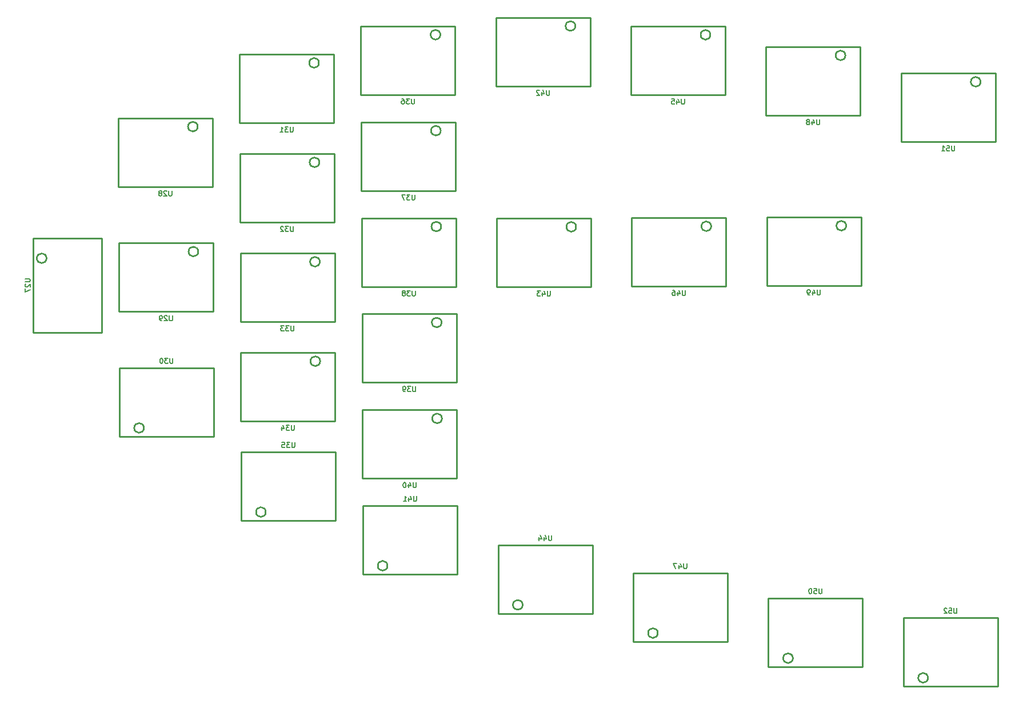
<source format=gbr>
G04 #@! TF.FileFunction,Legend,Bot*
%FSLAX46Y46*%
G04 Gerber Fmt 4.6, Leading zero omitted, Abs format (unit mm)*
G04 Created by KiCad (PCBNEW 4.0.7-e2-6376~58~ubuntu16.04.1) date Mon Jul  1 13:34:01 2019*
%MOMM*%
%LPD*%
G01*
G04 APERTURE LIST*
%ADD10C,0.100000*%
%ADD11C,0.254000*%
%ADD12C,0.177800*%
G04 APERTURE END LIST*
D10*
D11*
X179058420Y-139761000D02*
G75*
G03X179058420Y-139761000I-718420J0D01*
G01*
X175419000Y-141031000D02*
X175419000Y-130871000D01*
X175419000Y-130871000D02*
X189389000Y-130871000D01*
X189389000Y-130871000D02*
X189389000Y-141031000D01*
X189389000Y-141031000D02*
X175419000Y-141031000D01*
X186847420Y-51450600D02*
G75*
G03X186847420Y-51450600I-718420J0D01*
G01*
X189050000Y-50180600D02*
X189050000Y-60340600D01*
X189050000Y-60340600D02*
X175080000Y-60340600D01*
X175080000Y-60340600D02*
X175080000Y-50180600D01*
X175080000Y-50180600D02*
X189050000Y-50180600D01*
X159046420Y-136855000D02*
G75*
G03X159046420Y-136855000I-718420J0D01*
G01*
X155407000Y-138125000D02*
X155407000Y-127965000D01*
X155407000Y-127965000D02*
X169377000Y-127965000D01*
X169377000Y-127965000D02*
X169377000Y-138125000D01*
X169377000Y-138125000D02*
X155407000Y-138125000D01*
X166936420Y-72776400D02*
G75*
G03X166936420Y-72776400I-718420J0D01*
G01*
X169139000Y-71506400D02*
X169139000Y-81666400D01*
X169139000Y-81666400D02*
X155169000Y-81666400D01*
X155169000Y-81666400D02*
X155169000Y-71506400D01*
X155169000Y-71506400D02*
X169139000Y-71506400D01*
X166830420Y-47544000D02*
G75*
G03X166830420Y-47544000I-718420J0D01*
G01*
X169033000Y-46274000D02*
X169033000Y-56434000D01*
X169033000Y-56434000D02*
X155063000Y-56434000D01*
X155063000Y-56434000D02*
X155063000Y-46274000D01*
X155063000Y-46274000D02*
X169033000Y-46274000D01*
X139030420Y-133135000D02*
G75*
G03X139030420Y-133135000I-718420J0D01*
G01*
X135391000Y-134405000D02*
X135391000Y-124245000D01*
X135391000Y-124245000D02*
X149361000Y-124245000D01*
X149361000Y-124245000D02*
X149361000Y-134405000D01*
X149361000Y-134405000D02*
X135391000Y-134405000D01*
X146937420Y-72860600D02*
G75*
G03X146937420Y-72860600I-718420J0D01*
G01*
X149140000Y-71590600D02*
X149140000Y-81750600D01*
X149140000Y-81750600D02*
X135170000Y-81750600D01*
X135170000Y-81750600D02*
X135170000Y-71590600D01*
X135170000Y-71590600D02*
X149140000Y-71590600D01*
X146817420Y-44489600D02*
G75*
G03X146817420Y-44489600I-718420J0D01*
G01*
X149020000Y-43219600D02*
X149020000Y-53379600D01*
X149020000Y-53379600D02*
X135050000Y-53379600D01*
X135050000Y-53379600D02*
X135050000Y-43219600D01*
X135050000Y-43219600D02*
X149020000Y-43219600D01*
X119012420Y-128956000D02*
G75*
G03X119012420Y-128956000I-718420J0D01*
G01*
X115373000Y-130226000D02*
X115373000Y-120066000D01*
X115373000Y-120066000D02*
X129343000Y-120066000D01*
X129343000Y-120066000D02*
X129343000Y-130226000D01*
X129343000Y-130226000D02*
X115373000Y-130226000D01*
X126937420Y-72944700D02*
G75*
G03X126937420Y-72944700I-718420J0D01*
G01*
X129140000Y-71674700D02*
X129140000Y-81834700D01*
X129140000Y-81834700D02*
X115170000Y-81834700D01*
X115170000Y-81834700D02*
X115170000Y-71674700D01*
X115170000Y-71674700D02*
X129140000Y-71674700D01*
X126812420Y-43189500D02*
G75*
G03X126812420Y-43189500I-718420J0D01*
G01*
X129015000Y-41919500D02*
X129015000Y-52079500D01*
X129015000Y-52079500D02*
X115045000Y-52079500D01*
X115045000Y-52079500D02*
X115045000Y-41919500D01*
X115045000Y-41919500D02*
X129015000Y-41919500D01*
X98988420Y-123161000D02*
G75*
G03X98988420Y-123161000I-718420J0D01*
G01*
X95349000Y-124431000D02*
X95349000Y-114271000D01*
X95349000Y-114271000D02*
X109319000Y-114271000D01*
X109319000Y-114271000D02*
X109319000Y-124431000D01*
X109319000Y-124431000D02*
X95349000Y-124431000D01*
X107056420Y-101329000D02*
G75*
G03X107056420Y-101329000I-718420J0D01*
G01*
X109259000Y-100059000D02*
X109259000Y-110219000D01*
X109259000Y-110219000D02*
X95289000Y-110219000D01*
X95289000Y-110219000D02*
X95289000Y-100059000D01*
X95289000Y-100059000D02*
X109259000Y-100059000D01*
X106996420Y-87117000D02*
G75*
G03X106996420Y-87117000I-718420J0D01*
G01*
X109199000Y-85847000D02*
X109199000Y-96007000D01*
X109199000Y-96007000D02*
X95229000Y-96007000D01*
X95229000Y-96007000D02*
X95229000Y-85847000D01*
X95229000Y-85847000D02*
X109199000Y-85847000D01*
X106936420Y-72905900D02*
G75*
G03X106936420Y-72905900I-718420J0D01*
G01*
X109139000Y-71635900D02*
X109139000Y-81795900D01*
X109139000Y-81795900D02*
X95169000Y-81795900D01*
X95169000Y-81795900D02*
X95169000Y-71635900D01*
X95169000Y-71635900D02*
X109139000Y-71635900D01*
X106877420Y-58694000D02*
G75*
G03X106877420Y-58694000I-718420J0D01*
G01*
X109080000Y-57424000D02*
X109080000Y-67584000D01*
X109080000Y-67584000D02*
X95110000Y-67584000D01*
X95110000Y-67584000D02*
X95110000Y-57424000D01*
X95110000Y-57424000D02*
X109080000Y-57424000D01*
X106817420Y-44482100D02*
G75*
G03X106817420Y-44482100I-718420J0D01*
G01*
X109020000Y-43212100D02*
X109020000Y-53372100D01*
X109020000Y-53372100D02*
X95050000Y-53372100D01*
X95050000Y-53372100D02*
X95050000Y-43212100D01*
X95050000Y-43212100D02*
X109020000Y-43212100D01*
X80954620Y-115204000D02*
G75*
G03X80954620Y-115204000I-718420J0D01*
G01*
X77315200Y-116474000D02*
X77315200Y-106314000D01*
X77315200Y-106314000D02*
X91285200Y-106314000D01*
X91285200Y-106314000D02*
X91285200Y-116474000D01*
X91285200Y-116474000D02*
X77315200Y-116474000D01*
X89020620Y-92851700D02*
G75*
G03X89020620Y-92851700I-718420J0D01*
G01*
X91223200Y-91581700D02*
X91223200Y-101741700D01*
X91223200Y-101741700D02*
X77253200Y-101741700D01*
X77253200Y-101741700D02*
X77253200Y-91581700D01*
X77253200Y-91581700D02*
X91223200Y-91581700D01*
X88958620Y-78117300D02*
G75*
G03X88958620Y-78117300I-718420J0D01*
G01*
X91161200Y-76847300D02*
X91161200Y-87007300D01*
X91161200Y-87007300D02*
X77191200Y-87007300D01*
X77191200Y-87007300D02*
X77191200Y-76847300D01*
X77191200Y-76847300D02*
X91161200Y-76847300D01*
X88896620Y-63384900D02*
G75*
G03X88896620Y-63384900I-718420J0D01*
G01*
X91099200Y-62114900D02*
X91099200Y-72274900D01*
X91099200Y-72274900D02*
X77129200Y-72274900D01*
X77129200Y-72274900D02*
X77129200Y-62114900D01*
X77129200Y-62114900D02*
X91099200Y-62114900D01*
X88834620Y-48652600D02*
G75*
G03X88834620Y-48652600I-718420J0D01*
G01*
X91037200Y-47382600D02*
X91037200Y-57542600D01*
X91037200Y-57542600D02*
X77067200Y-57542600D01*
X77067200Y-57542600D02*
X77067200Y-47382600D01*
X77067200Y-47382600D02*
X91037200Y-47382600D01*
X62901920Y-102735500D02*
G75*
G03X62901920Y-102735500I-718420J0D01*
G01*
X59262500Y-104005500D02*
X59262500Y-93845500D01*
X59262500Y-93845500D02*
X73232500Y-93845500D01*
X73232500Y-93845500D02*
X73232500Y-104005500D01*
X73232500Y-104005500D02*
X59262500Y-104005500D01*
X70952120Y-76605700D02*
G75*
G03X70952120Y-76605700I-718420J0D01*
G01*
X73154700Y-75335700D02*
X73154700Y-85495700D01*
X73154700Y-85495700D02*
X59184700Y-85495700D01*
X59184700Y-85495700D02*
X59184700Y-75335700D01*
X59184700Y-75335700D02*
X73154700Y-75335700D01*
X70874220Y-58095000D02*
G75*
G03X70874220Y-58095000I-718420J0D01*
G01*
X73076800Y-56825000D02*
X73076800Y-66985000D01*
X73076800Y-66985000D02*
X59106800Y-66985000D01*
X59106800Y-66985000D02*
X59106800Y-56825000D01*
X59106800Y-56825000D02*
X73076800Y-56825000D01*
X48483220Y-77598400D02*
G75*
G03X48483220Y-77598400I-718420J0D01*
G01*
X46494800Y-74677400D02*
X56654800Y-74677400D01*
X56654800Y-74677400D02*
X56654800Y-88647400D01*
X56654800Y-88647400D02*
X46494800Y-88647400D01*
X46494800Y-88647400D02*
X46494800Y-74677400D01*
D12*
X183347428Y-129437714D02*
X183347428Y-130054571D01*
X183311143Y-130127143D01*
X183274857Y-130163429D01*
X183202286Y-130199714D01*
X183057143Y-130199714D01*
X182984571Y-130163429D01*
X182948286Y-130127143D01*
X182912000Y-130054571D01*
X182912000Y-129437714D01*
X182186285Y-129437714D02*
X182549142Y-129437714D01*
X182585428Y-129800571D01*
X182549142Y-129764286D01*
X182476571Y-129728000D01*
X182295142Y-129728000D01*
X182222571Y-129764286D01*
X182186285Y-129800571D01*
X182150000Y-129873143D01*
X182150000Y-130054571D01*
X182186285Y-130127143D01*
X182222571Y-130163429D01*
X182295142Y-130199714D01*
X182476571Y-130199714D01*
X182549142Y-130163429D01*
X182585428Y-130127143D01*
X181859714Y-129510286D02*
X181823428Y-129474000D01*
X181750857Y-129437714D01*
X181569428Y-129437714D01*
X181496857Y-129474000D01*
X181460571Y-129510286D01*
X181424286Y-129582857D01*
X181424286Y-129655429D01*
X181460571Y-129764286D01*
X181896000Y-130199714D01*
X181424286Y-130199714D01*
X183008428Y-60939314D02*
X183008428Y-61556171D01*
X182972143Y-61628743D01*
X182935857Y-61665029D01*
X182863286Y-61701314D01*
X182718143Y-61701314D01*
X182645571Y-61665029D01*
X182609286Y-61628743D01*
X182573000Y-61556171D01*
X182573000Y-60939314D01*
X181847285Y-60939314D02*
X182210142Y-60939314D01*
X182246428Y-61302171D01*
X182210142Y-61265886D01*
X182137571Y-61229600D01*
X181956142Y-61229600D01*
X181883571Y-61265886D01*
X181847285Y-61302171D01*
X181811000Y-61374743D01*
X181811000Y-61556171D01*
X181847285Y-61628743D01*
X181883571Y-61665029D01*
X181956142Y-61701314D01*
X182137571Y-61701314D01*
X182210142Y-61665029D01*
X182246428Y-61628743D01*
X181085286Y-61701314D02*
X181520714Y-61701314D01*
X181303000Y-61701314D02*
X181303000Y-60939314D01*
X181375571Y-61048171D01*
X181448143Y-61120743D01*
X181520714Y-61157029D01*
X163335428Y-126531714D02*
X163335428Y-127148571D01*
X163299143Y-127221143D01*
X163262857Y-127257429D01*
X163190286Y-127293714D01*
X163045143Y-127293714D01*
X162972571Y-127257429D01*
X162936286Y-127221143D01*
X162900000Y-127148571D01*
X162900000Y-126531714D01*
X162174285Y-126531714D02*
X162537142Y-126531714D01*
X162573428Y-126894571D01*
X162537142Y-126858286D01*
X162464571Y-126822000D01*
X162283142Y-126822000D01*
X162210571Y-126858286D01*
X162174285Y-126894571D01*
X162138000Y-126967143D01*
X162138000Y-127148571D01*
X162174285Y-127221143D01*
X162210571Y-127257429D01*
X162283142Y-127293714D01*
X162464571Y-127293714D01*
X162537142Y-127257429D01*
X162573428Y-127221143D01*
X161666286Y-126531714D02*
X161593714Y-126531714D01*
X161521143Y-126568000D01*
X161484857Y-126604286D01*
X161448571Y-126676857D01*
X161412286Y-126822000D01*
X161412286Y-127003429D01*
X161448571Y-127148571D01*
X161484857Y-127221143D01*
X161521143Y-127257429D01*
X161593714Y-127293714D01*
X161666286Y-127293714D01*
X161738857Y-127257429D01*
X161775143Y-127221143D01*
X161811428Y-127148571D01*
X161847714Y-127003429D01*
X161847714Y-126822000D01*
X161811428Y-126676857D01*
X161775143Y-126604286D01*
X161738857Y-126568000D01*
X161666286Y-126531714D01*
X163097428Y-82265114D02*
X163097428Y-82881971D01*
X163061143Y-82954543D01*
X163024857Y-82990829D01*
X162952286Y-83027114D01*
X162807143Y-83027114D01*
X162734571Y-82990829D01*
X162698286Y-82954543D01*
X162662000Y-82881971D01*
X162662000Y-82265114D01*
X161972571Y-82519114D02*
X161972571Y-83027114D01*
X162154000Y-82228829D02*
X162335428Y-82773114D01*
X161863714Y-82773114D01*
X161537143Y-83027114D02*
X161392000Y-83027114D01*
X161319428Y-82990829D01*
X161283143Y-82954543D01*
X161210571Y-82845686D01*
X161174286Y-82700543D01*
X161174286Y-82410257D01*
X161210571Y-82337686D01*
X161246857Y-82301400D01*
X161319428Y-82265114D01*
X161464571Y-82265114D01*
X161537143Y-82301400D01*
X161573428Y-82337686D01*
X161609714Y-82410257D01*
X161609714Y-82591686D01*
X161573428Y-82664257D01*
X161537143Y-82700543D01*
X161464571Y-82736829D01*
X161319428Y-82736829D01*
X161246857Y-82700543D01*
X161210571Y-82664257D01*
X161174286Y-82591686D01*
X162991428Y-57032714D02*
X162991428Y-57649571D01*
X162955143Y-57722143D01*
X162918857Y-57758429D01*
X162846286Y-57794714D01*
X162701143Y-57794714D01*
X162628571Y-57758429D01*
X162592286Y-57722143D01*
X162556000Y-57649571D01*
X162556000Y-57032714D01*
X161866571Y-57286714D02*
X161866571Y-57794714D01*
X162048000Y-56996429D02*
X162229428Y-57540714D01*
X161757714Y-57540714D01*
X161358571Y-57359286D02*
X161431143Y-57323000D01*
X161467428Y-57286714D01*
X161503714Y-57214143D01*
X161503714Y-57177857D01*
X161467428Y-57105286D01*
X161431143Y-57069000D01*
X161358571Y-57032714D01*
X161213428Y-57032714D01*
X161140857Y-57069000D01*
X161104571Y-57105286D01*
X161068286Y-57177857D01*
X161068286Y-57214143D01*
X161104571Y-57286714D01*
X161140857Y-57323000D01*
X161213428Y-57359286D01*
X161358571Y-57359286D01*
X161431143Y-57395571D01*
X161467428Y-57431857D01*
X161503714Y-57504429D01*
X161503714Y-57649571D01*
X161467428Y-57722143D01*
X161431143Y-57758429D01*
X161358571Y-57794714D01*
X161213428Y-57794714D01*
X161140857Y-57758429D01*
X161104571Y-57722143D01*
X161068286Y-57649571D01*
X161068286Y-57504429D01*
X161104571Y-57431857D01*
X161140857Y-57395571D01*
X161213428Y-57359286D01*
X143319428Y-122811714D02*
X143319428Y-123428571D01*
X143283143Y-123501143D01*
X143246857Y-123537429D01*
X143174286Y-123573714D01*
X143029143Y-123573714D01*
X142956571Y-123537429D01*
X142920286Y-123501143D01*
X142884000Y-123428571D01*
X142884000Y-122811714D01*
X142194571Y-123065714D02*
X142194571Y-123573714D01*
X142376000Y-122775429D02*
X142557428Y-123319714D01*
X142085714Y-123319714D01*
X141868000Y-122811714D02*
X141360000Y-122811714D01*
X141686571Y-123573714D01*
X143098428Y-82349314D02*
X143098428Y-82966171D01*
X143062143Y-83038743D01*
X143025857Y-83075029D01*
X142953286Y-83111314D01*
X142808143Y-83111314D01*
X142735571Y-83075029D01*
X142699286Y-83038743D01*
X142663000Y-82966171D01*
X142663000Y-82349314D01*
X141973571Y-82603314D02*
X141973571Y-83111314D01*
X142155000Y-82313029D02*
X142336428Y-82857314D01*
X141864714Y-82857314D01*
X141247857Y-82349314D02*
X141393000Y-82349314D01*
X141465571Y-82385600D01*
X141501857Y-82421886D01*
X141574428Y-82530743D01*
X141610714Y-82675886D01*
X141610714Y-82966171D01*
X141574428Y-83038743D01*
X141538143Y-83075029D01*
X141465571Y-83111314D01*
X141320428Y-83111314D01*
X141247857Y-83075029D01*
X141211571Y-83038743D01*
X141175286Y-82966171D01*
X141175286Y-82784743D01*
X141211571Y-82712171D01*
X141247857Y-82675886D01*
X141320428Y-82639600D01*
X141465571Y-82639600D01*
X141538143Y-82675886D01*
X141574428Y-82712171D01*
X141610714Y-82784743D01*
X142978428Y-53978314D02*
X142978428Y-54595171D01*
X142942143Y-54667743D01*
X142905857Y-54704029D01*
X142833286Y-54740314D01*
X142688143Y-54740314D01*
X142615571Y-54704029D01*
X142579286Y-54667743D01*
X142543000Y-54595171D01*
X142543000Y-53978314D01*
X141853571Y-54232314D02*
X141853571Y-54740314D01*
X142035000Y-53942029D02*
X142216428Y-54486314D01*
X141744714Y-54486314D01*
X141091571Y-53978314D02*
X141454428Y-53978314D01*
X141490714Y-54341171D01*
X141454428Y-54304886D01*
X141381857Y-54268600D01*
X141200428Y-54268600D01*
X141127857Y-54304886D01*
X141091571Y-54341171D01*
X141055286Y-54413743D01*
X141055286Y-54595171D01*
X141091571Y-54667743D01*
X141127857Y-54704029D01*
X141200428Y-54740314D01*
X141381857Y-54740314D01*
X141454428Y-54704029D01*
X141490714Y-54667743D01*
X123301428Y-118632714D02*
X123301428Y-119249571D01*
X123265143Y-119322143D01*
X123228857Y-119358429D01*
X123156286Y-119394714D01*
X123011143Y-119394714D01*
X122938571Y-119358429D01*
X122902286Y-119322143D01*
X122866000Y-119249571D01*
X122866000Y-118632714D01*
X122176571Y-118886714D02*
X122176571Y-119394714D01*
X122358000Y-118596429D02*
X122539428Y-119140714D01*
X122067714Y-119140714D01*
X121450857Y-118886714D02*
X121450857Y-119394714D01*
X121632286Y-118596429D02*
X121813714Y-119140714D01*
X121342000Y-119140714D01*
X123098428Y-82433414D02*
X123098428Y-83050271D01*
X123062143Y-83122843D01*
X123025857Y-83159129D01*
X122953286Y-83195414D01*
X122808143Y-83195414D01*
X122735571Y-83159129D01*
X122699286Y-83122843D01*
X122663000Y-83050271D01*
X122663000Y-82433414D01*
X121973571Y-82687414D02*
X121973571Y-83195414D01*
X122155000Y-82397129D02*
X122336428Y-82941414D01*
X121864714Y-82941414D01*
X121647000Y-82433414D02*
X121175286Y-82433414D01*
X121429286Y-82723700D01*
X121320428Y-82723700D01*
X121247857Y-82759986D01*
X121211571Y-82796271D01*
X121175286Y-82868843D01*
X121175286Y-83050271D01*
X121211571Y-83122843D01*
X121247857Y-83159129D01*
X121320428Y-83195414D01*
X121538143Y-83195414D01*
X121610714Y-83159129D01*
X121647000Y-83122843D01*
X122973428Y-52678214D02*
X122973428Y-53295071D01*
X122937143Y-53367643D01*
X122900857Y-53403929D01*
X122828286Y-53440214D01*
X122683143Y-53440214D01*
X122610571Y-53403929D01*
X122574286Y-53367643D01*
X122538000Y-53295071D01*
X122538000Y-52678214D01*
X121848571Y-52932214D02*
X121848571Y-53440214D01*
X122030000Y-52641929D02*
X122211428Y-53186214D01*
X121739714Y-53186214D01*
X121485714Y-52750786D02*
X121449428Y-52714500D01*
X121376857Y-52678214D01*
X121195428Y-52678214D01*
X121122857Y-52714500D01*
X121086571Y-52750786D01*
X121050286Y-52823357D01*
X121050286Y-52895929D01*
X121086571Y-53004786D01*
X121522000Y-53440214D01*
X121050286Y-53440214D01*
X103277428Y-112837714D02*
X103277428Y-113454571D01*
X103241143Y-113527143D01*
X103204857Y-113563429D01*
X103132286Y-113599714D01*
X102987143Y-113599714D01*
X102914571Y-113563429D01*
X102878286Y-113527143D01*
X102842000Y-113454571D01*
X102842000Y-112837714D01*
X102152571Y-113091714D02*
X102152571Y-113599714D01*
X102334000Y-112801429D02*
X102515428Y-113345714D01*
X102043714Y-113345714D01*
X101354286Y-113599714D02*
X101789714Y-113599714D01*
X101572000Y-113599714D02*
X101572000Y-112837714D01*
X101644571Y-112946571D01*
X101717143Y-113019143D01*
X101789714Y-113055429D01*
X103217428Y-110817714D02*
X103217428Y-111434571D01*
X103181143Y-111507143D01*
X103144857Y-111543429D01*
X103072286Y-111579714D01*
X102927143Y-111579714D01*
X102854571Y-111543429D01*
X102818286Y-111507143D01*
X102782000Y-111434571D01*
X102782000Y-110817714D01*
X102092571Y-111071714D02*
X102092571Y-111579714D01*
X102274000Y-110781429D02*
X102455428Y-111325714D01*
X101983714Y-111325714D01*
X101548286Y-110817714D02*
X101475714Y-110817714D01*
X101403143Y-110854000D01*
X101366857Y-110890286D01*
X101330571Y-110962857D01*
X101294286Y-111108000D01*
X101294286Y-111289429D01*
X101330571Y-111434571D01*
X101366857Y-111507143D01*
X101403143Y-111543429D01*
X101475714Y-111579714D01*
X101548286Y-111579714D01*
X101620857Y-111543429D01*
X101657143Y-111507143D01*
X101693428Y-111434571D01*
X101729714Y-111289429D01*
X101729714Y-111108000D01*
X101693428Y-110962857D01*
X101657143Y-110890286D01*
X101620857Y-110854000D01*
X101548286Y-110817714D01*
X103157428Y-96605714D02*
X103157428Y-97222571D01*
X103121143Y-97295143D01*
X103084857Y-97331429D01*
X103012286Y-97367714D01*
X102867143Y-97367714D01*
X102794571Y-97331429D01*
X102758286Y-97295143D01*
X102722000Y-97222571D01*
X102722000Y-96605714D01*
X102431714Y-96605714D02*
X101960000Y-96605714D01*
X102214000Y-96896000D01*
X102105142Y-96896000D01*
X102032571Y-96932286D01*
X101996285Y-96968571D01*
X101960000Y-97041143D01*
X101960000Y-97222571D01*
X101996285Y-97295143D01*
X102032571Y-97331429D01*
X102105142Y-97367714D01*
X102322857Y-97367714D01*
X102395428Y-97331429D01*
X102431714Y-97295143D01*
X101597143Y-97367714D02*
X101452000Y-97367714D01*
X101379428Y-97331429D01*
X101343143Y-97295143D01*
X101270571Y-97186286D01*
X101234286Y-97041143D01*
X101234286Y-96750857D01*
X101270571Y-96678286D01*
X101306857Y-96642000D01*
X101379428Y-96605714D01*
X101524571Y-96605714D01*
X101597143Y-96642000D01*
X101633428Y-96678286D01*
X101669714Y-96750857D01*
X101669714Y-96932286D01*
X101633428Y-97004857D01*
X101597143Y-97041143D01*
X101524571Y-97077429D01*
X101379428Y-97077429D01*
X101306857Y-97041143D01*
X101270571Y-97004857D01*
X101234286Y-96932286D01*
X103097428Y-82394614D02*
X103097428Y-83011471D01*
X103061143Y-83084043D01*
X103024857Y-83120329D01*
X102952286Y-83156614D01*
X102807143Y-83156614D01*
X102734571Y-83120329D01*
X102698286Y-83084043D01*
X102662000Y-83011471D01*
X102662000Y-82394614D01*
X102371714Y-82394614D02*
X101900000Y-82394614D01*
X102154000Y-82684900D01*
X102045142Y-82684900D01*
X101972571Y-82721186D01*
X101936285Y-82757471D01*
X101900000Y-82830043D01*
X101900000Y-83011471D01*
X101936285Y-83084043D01*
X101972571Y-83120329D01*
X102045142Y-83156614D01*
X102262857Y-83156614D01*
X102335428Y-83120329D01*
X102371714Y-83084043D01*
X101464571Y-82721186D02*
X101537143Y-82684900D01*
X101573428Y-82648614D01*
X101609714Y-82576043D01*
X101609714Y-82539757D01*
X101573428Y-82467186D01*
X101537143Y-82430900D01*
X101464571Y-82394614D01*
X101319428Y-82394614D01*
X101246857Y-82430900D01*
X101210571Y-82467186D01*
X101174286Y-82539757D01*
X101174286Y-82576043D01*
X101210571Y-82648614D01*
X101246857Y-82684900D01*
X101319428Y-82721186D01*
X101464571Y-82721186D01*
X101537143Y-82757471D01*
X101573428Y-82793757D01*
X101609714Y-82866329D01*
X101609714Y-83011471D01*
X101573428Y-83084043D01*
X101537143Y-83120329D01*
X101464571Y-83156614D01*
X101319428Y-83156614D01*
X101246857Y-83120329D01*
X101210571Y-83084043D01*
X101174286Y-83011471D01*
X101174286Y-82866329D01*
X101210571Y-82793757D01*
X101246857Y-82757471D01*
X101319428Y-82721186D01*
X103038428Y-68182714D02*
X103038428Y-68799571D01*
X103002143Y-68872143D01*
X102965857Y-68908429D01*
X102893286Y-68944714D01*
X102748143Y-68944714D01*
X102675571Y-68908429D01*
X102639286Y-68872143D01*
X102603000Y-68799571D01*
X102603000Y-68182714D01*
X102312714Y-68182714D02*
X101841000Y-68182714D01*
X102095000Y-68473000D01*
X101986142Y-68473000D01*
X101913571Y-68509286D01*
X101877285Y-68545571D01*
X101841000Y-68618143D01*
X101841000Y-68799571D01*
X101877285Y-68872143D01*
X101913571Y-68908429D01*
X101986142Y-68944714D01*
X102203857Y-68944714D01*
X102276428Y-68908429D01*
X102312714Y-68872143D01*
X101587000Y-68182714D02*
X101079000Y-68182714D01*
X101405571Y-68944714D01*
X102978428Y-53970814D02*
X102978428Y-54587671D01*
X102942143Y-54660243D01*
X102905857Y-54696529D01*
X102833286Y-54732814D01*
X102688143Y-54732814D01*
X102615571Y-54696529D01*
X102579286Y-54660243D01*
X102543000Y-54587671D01*
X102543000Y-53970814D01*
X102252714Y-53970814D02*
X101781000Y-53970814D01*
X102035000Y-54261100D01*
X101926142Y-54261100D01*
X101853571Y-54297386D01*
X101817285Y-54333671D01*
X101781000Y-54406243D01*
X101781000Y-54587671D01*
X101817285Y-54660243D01*
X101853571Y-54696529D01*
X101926142Y-54732814D01*
X102143857Y-54732814D01*
X102216428Y-54696529D01*
X102252714Y-54660243D01*
X101127857Y-53970814D02*
X101273000Y-53970814D01*
X101345571Y-54007100D01*
X101381857Y-54043386D01*
X101454428Y-54152243D01*
X101490714Y-54297386D01*
X101490714Y-54587671D01*
X101454428Y-54660243D01*
X101418143Y-54696529D01*
X101345571Y-54732814D01*
X101200428Y-54732814D01*
X101127857Y-54696529D01*
X101091571Y-54660243D01*
X101055286Y-54587671D01*
X101055286Y-54406243D01*
X101091571Y-54333671D01*
X101127857Y-54297386D01*
X101200428Y-54261100D01*
X101345571Y-54261100D01*
X101418143Y-54297386D01*
X101454428Y-54333671D01*
X101490714Y-54406243D01*
X85243628Y-104880714D02*
X85243628Y-105497571D01*
X85207343Y-105570143D01*
X85171057Y-105606429D01*
X85098486Y-105642714D01*
X84953343Y-105642714D01*
X84880771Y-105606429D01*
X84844486Y-105570143D01*
X84808200Y-105497571D01*
X84808200Y-104880714D01*
X84517914Y-104880714D02*
X84046200Y-104880714D01*
X84300200Y-105171000D01*
X84191342Y-105171000D01*
X84118771Y-105207286D01*
X84082485Y-105243571D01*
X84046200Y-105316143D01*
X84046200Y-105497571D01*
X84082485Y-105570143D01*
X84118771Y-105606429D01*
X84191342Y-105642714D01*
X84409057Y-105642714D01*
X84481628Y-105606429D01*
X84517914Y-105570143D01*
X83356771Y-104880714D02*
X83719628Y-104880714D01*
X83755914Y-105243571D01*
X83719628Y-105207286D01*
X83647057Y-105171000D01*
X83465628Y-105171000D01*
X83393057Y-105207286D01*
X83356771Y-105243571D01*
X83320486Y-105316143D01*
X83320486Y-105497571D01*
X83356771Y-105570143D01*
X83393057Y-105606429D01*
X83465628Y-105642714D01*
X83647057Y-105642714D01*
X83719628Y-105606429D01*
X83755914Y-105570143D01*
X85181628Y-102340414D02*
X85181628Y-102957271D01*
X85145343Y-103029843D01*
X85109057Y-103066129D01*
X85036486Y-103102414D01*
X84891343Y-103102414D01*
X84818771Y-103066129D01*
X84782486Y-103029843D01*
X84746200Y-102957271D01*
X84746200Y-102340414D01*
X84455914Y-102340414D02*
X83984200Y-102340414D01*
X84238200Y-102630700D01*
X84129342Y-102630700D01*
X84056771Y-102666986D01*
X84020485Y-102703271D01*
X83984200Y-102775843D01*
X83984200Y-102957271D01*
X84020485Y-103029843D01*
X84056771Y-103066129D01*
X84129342Y-103102414D01*
X84347057Y-103102414D01*
X84419628Y-103066129D01*
X84455914Y-103029843D01*
X83331057Y-102594414D02*
X83331057Y-103102414D01*
X83512486Y-102304129D02*
X83693914Y-102848414D01*
X83222200Y-102848414D01*
X85119628Y-87606014D02*
X85119628Y-88222871D01*
X85083343Y-88295443D01*
X85047057Y-88331729D01*
X84974486Y-88368014D01*
X84829343Y-88368014D01*
X84756771Y-88331729D01*
X84720486Y-88295443D01*
X84684200Y-88222871D01*
X84684200Y-87606014D01*
X84393914Y-87606014D02*
X83922200Y-87606014D01*
X84176200Y-87896300D01*
X84067342Y-87896300D01*
X83994771Y-87932586D01*
X83958485Y-87968871D01*
X83922200Y-88041443D01*
X83922200Y-88222871D01*
X83958485Y-88295443D01*
X83994771Y-88331729D01*
X84067342Y-88368014D01*
X84285057Y-88368014D01*
X84357628Y-88331729D01*
X84393914Y-88295443D01*
X83668200Y-87606014D02*
X83196486Y-87606014D01*
X83450486Y-87896300D01*
X83341628Y-87896300D01*
X83269057Y-87932586D01*
X83232771Y-87968871D01*
X83196486Y-88041443D01*
X83196486Y-88222871D01*
X83232771Y-88295443D01*
X83269057Y-88331729D01*
X83341628Y-88368014D01*
X83559343Y-88368014D01*
X83631914Y-88331729D01*
X83668200Y-88295443D01*
X85057628Y-72873614D02*
X85057628Y-73490471D01*
X85021343Y-73563043D01*
X84985057Y-73599329D01*
X84912486Y-73635614D01*
X84767343Y-73635614D01*
X84694771Y-73599329D01*
X84658486Y-73563043D01*
X84622200Y-73490471D01*
X84622200Y-72873614D01*
X84331914Y-72873614D02*
X83860200Y-72873614D01*
X84114200Y-73163900D01*
X84005342Y-73163900D01*
X83932771Y-73200186D01*
X83896485Y-73236471D01*
X83860200Y-73309043D01*
X83860200Y-73490471D01*
X83896485Y-73563043D01*
X83932771Y-73599329D01*
X84005342Y-73635614D01*
X84223057Y-73635614D01*
X84295628Y-73599329D01*
X84331914Y-73563043D01*
X83569914Y-72946186D02*
X83533628Y-72909900D01*
X83461057Y-72873614D01*
X83279628Y-72873614D01*
X83207057Y-72909900D01*
X83170771Y-72946186D01*
X83134486Y-73018757D01*
X83134486Y-73091329D01*
X83170771Y-73200186D01*
X83606200Y-73635614D01*
X83134486Y-73635614D01*
X84995628Y-58141314D02*
X84995628Y-58758171D01*
X84959343Y-58830743D01*
X84923057Y-58867029D01*
X84850486Y-58903314D01*
X84705343Y-58903314D01*
X84632771Y-58867029D01*
X84596486Y-58830743D01*
X84560200Y-58758171D01*
X84560200Y-58141314D01*
X84269914Y-58141314D02*
X83798200Y-58141314D01*
X84052200Y-58431600D01*
X83943342Y-58431600D01*
X83870771Y-58467886D01*
X83834485Y-58504171D01*
X83798200Y-58576743D01*
X83798200Y-58758171D01*
X83834485Y-58830743D01*
X83870771Y-58867029D01*
X83943342Y-58903314D01*
X84161057Y-58903314D01*
X84233628Y-58867029D01*
X84269914Y-58830743D01*
X83072486Y-58903314D02*
X83507914Y-58903314D01*
X83290200Y-58903314D02*
X83290200Y-58141314D01*
X83362771Y-58250171D01*
X83435343Y-58322743D01*
X83507914Y-58359029D01*
X67190928Y-92412214D02*
X67190928Y-93029071D01*
X67154643Y-93101643D01*
X67118357Y-93137929D01*
X67045786Y-93174214D01*
X66900643Y-93174214D01*
X66828071Y-93137929D01*
X66791786Y-93101643D01*
X66755500Y-93029071D01*
X66755500Y-92412214D01*
X66465214Y-92412214D02*
X65993500Y-92412214D01*
X66247500Y-92702500D01*
X66138642Y-92702500D01*
X66066071Y-92738786D01*
X66029785Y-92775071D01*
X65993500Y-92847643D01*
X65993500Y-93029071D01*
X66029785Y-93101643D01*
X66066071Y-93137929D01*
X66138642Y-93174214D01*
X66356357Y-93174214D01*
X66428928Y-93137929D01*
X66465214Y-93101643D01*
X65521786Y-92412214D02*
X65449214Y-92412214D01*
X65376643Y-92448500D01*
X65340357Y-92484786D01*
X65304071Y-92557357D01*
X65267786Y-92702500D01*
X65267786Y-92883929D01*
X65304071Y-93029071D01*
X65340357Y-93101643D01*
X65376643Y-93137929D01*
X65449214Y-93174214D01*
X65521786Y-93174214D01*
X65594357Y-93137929D01*
X65630643Y-93101643D01*
X65666928Y-93029071D01*
X65703214Y-92883929D01*
X65703214Y-92702500D01*
X65666928Y-92557357D01*
X65630643Y-92484786D01*
X65594357Y-92448500D01*
X65521786Y-92412214D01*
X67113128Y-86094414D02*
X67113128Y-86711271D01*
X67076843Y-86783843D01*
X67040557Y-86820129D01*
X66967986Y-86856414D01*
X66822843Y-86856414D01*
X66750271Y-86820129D01*
X66713986Y-86783843D01*
X66677700Y-86711271D01*
X66677700Y-86094414D01*
X66351128Y-86166986D02*
X66314842Y-86130700D01*
X66242271Y-86094414D01*
X66060842Y-86094414D01*
X65988271Y-86130700D01*
X65951985Y-86166986D01*
X65915700Y-86239557D01*
X65915700Y-86312129D01*
X65951985Y-86420986D01*
X66387414Y-86856414D01*
X65915700Y-86856414D01*
X65552843Y-86856414D02*
X65407700Y-86856414D01*
X65335128Y-86820129D01*
X65298843Y-86783843D01*
X65226271Y-86674986D01*
X65189986Y-86529843D01*
X65189986Y-86239557D01*
X65226271Y-86166986D01*
X65262557Y-86130700D01*
X65335128Y-86094414D01*
X65480271Y-86094414D01*
X65552843Y-86130700D01*
X65589128Y-86166986D01*
X65625414Y-86239557D01*
X65625414Y-86420986D01*
X65589128Y-86493557D01*
X65552843Y-86529843D01*
X65480271Y-86566129D01*
X65335128Y-86566129D01*
X65262557Y-86529843D01*
X65226271Y-86493557D01*
X65189986Y-86420986D01*
X67035228Y-67583714D02*
X67035228Y-68200571D01*
X66998943Y-68273143D01*
X66962657Y-68309429D01*
X66890086Y-68345714D01*
X66744943Y-68345714D01*
X66672371Y-68309429D01*
X66636086Y-68273143D01*
X66599800Y-68200571D01*
X66599800Y-67583714D01*
X66273228Y-67656286D02*
X66236942Y-67620000D01*
X66164371Y-67583714D01*
X65982942Y-67583714D01*
X65910371Y-67620000D01*
X65874085Y-67656286D01*
X65837800Y-67728857D01*
X65837800Y-67801429D01*
X65874085Y-67910286D01*
X66309514Y-68345714D01*
X65837800Y-68345714D01*
X65402371Y-67910286D02*
X65474943Y-67874000D01*
X65511228Y-67837714D01*
X65547514Y-67765143D01*
X65547514Y-67728857D01*
X65511228Y-67656286D01*
X65474943Y-67620000D01*
X65402371Y-67583714D01*
X65257228Y-67583714D01*
X65184657Y-67620000D01*
X65148371Y-67656286D01*
X65112086Y-67728857D01*
X65112086Y-67765143D01*
X65148371Y-67837714D01*
X65184657Y-67874000D01*
X65257228Y-67910286D01*
X65402371Y-67910286D01*
X65474943Y-67946571D01*
X65511228Y-67982857D01*
X65547514Y-68055429D01*
X65547514Y-68200571D01*
X65511228Y-68273143D01*
X65474943Y-68309429D01*
X65402371Y-68345714D01*
X65257228Y-68345714D01*
X65184657Y-68309429D01*
X65148371Y-68273143D01*
X65112086Y-68200571D01*
X65112086Y-68055429D01*
X65148371Y-67982857D01*
X65184657Y-67946571D01*
X65257228Y-67910286D01*
X45282714Y-80656572D02*
X45899571Y-80656572D01*
X45972143Y-80692857D01*
X46008429Y-80729143D01*
X46044714Y-80801714D01*
X46044714Y-80946857D01*
X46008429Y-81019429D01*
X45972143Y-81055714D01*
X45899571Y-81092000D01*
X45282714Y-81092000D01*
X45355286Y-81418572D02*
X45319000Y-81454858D01*
X45282714Y-81527429D01*
X45282714Y-81708858D01*
X45319000Y-81781429D01*
X45355286Y-81817715D01*
X45427857Y-81854000D01*
X45500429Y-81854000D01*
X45609286Y-81817715D01*
X46044714Y-81382286D01*
X46044714Y-81854000D01*
X45282714Y-82108000D02*
X45282714Y-82616000D01*
X46044714Y-82289429D01*
M02*

</source>
